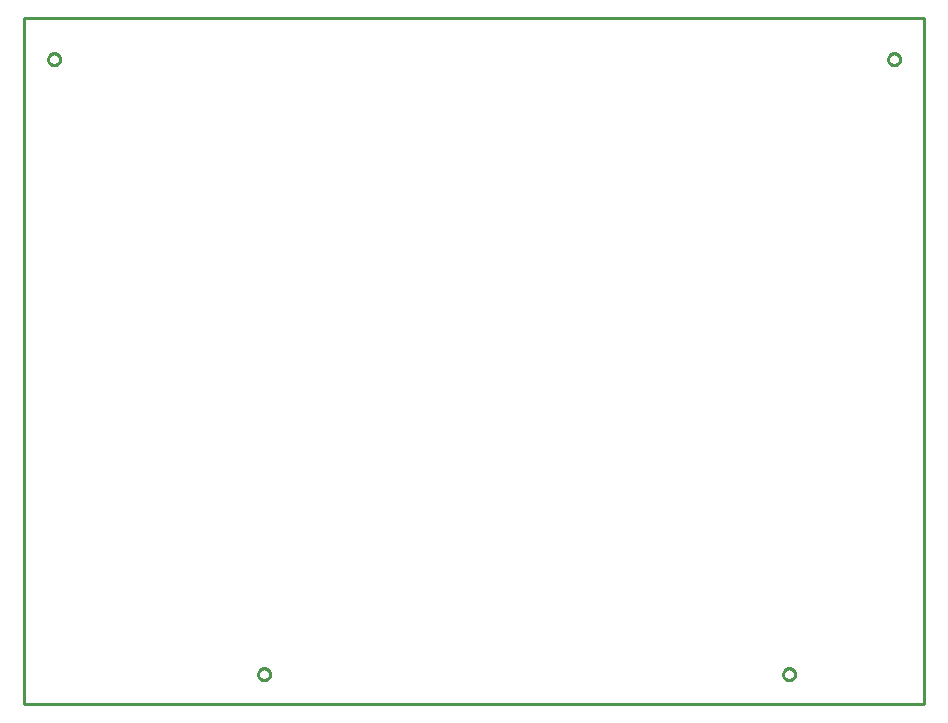
<source format=gbr>
G04 EAGLE Gerber RS-274X export*
G75*
%MOMM*%
%FSLAX34Y34*%
%LPD*%
%IN*%
%IPPOS*%
%AMOC8*
5,1,8,0,0,1.08239X$1,22.5*%
G01*
%ADD10C,0.254000*%


D10*
X-203200Y190500D02*
X558600Y190500D01*
X558600Y771400D01*
X-203200Y771400D01*
X-203200Y190500D01*
X-172800Y736319D02*
X-172863Y735761D01*
X-172988Y735214D01*
X-173173Y734684D01*
X-173417Y734178D01*
X-173716Y733702D01*
X-174066Y733263D01*
X-174463Y732866D01*
X-174902Y732516D01*
X-175378Y732217D01*
X-175884Y731973D01*
X-176414Y731788D01*
X-176961Y731663D01*
X-177519Y731600D01*
X-178081Y731600D01*
X-178639Y731663D01*
X-179186Y731788D01*
X-179716Y731973D01*
X-180222Y732217D01*
X-180698Y732516D01*
X-181137Y732866D01*
X-181534Y733263D01*
X-181884Y733702D01*
X-182183Y734178D01*
X-182427Y734684D01*
X-182612Y735214D01*
X-182737Y735761D01*
X-182800Y736319D01*
X-182800Y736881D01*
X-182737Y737439D01*
X-182612Y737986D01*
X-182427Y738516D01*
X-182183Y739022D01*
X-181884Y739498D01*
X-181534Y739937D01*
X-181137Y740334D01*
X-180698Y740684D01*
X-180222Y740983D01*
X-179716Y741227D01*
X-179186Y741412D01*
X-178639Y741537D01*
X-178081Y741600D01*
X-177519Y741600D01*
X-176961Y741537D01*
X-176414Y741412D01*
X-175884Y741227D01*
X-175378Y740983D01*
X-174902Y740684D01*
X-174463Y740334D01*
X-174066Y739937D01*
X-173716Y739498D01*
X-173417Y739022D01*
X-173173Y738516D01*
X-172988Y737986D01*
X-172863Y737439D01*
X-172800Y736881D01*
X-172800Y736319D01*
X538400Y736319D02*
X538337Y735761D01*
X538212Y735214D01*
X538027Y734684D01*
X537783Y734178D01*
X537484Y733702D01*
X537134Y733263D01*
X536737Y732866D01*
X536298Y732516D01*
X535822Y732217D01*
X535316Y731973D01*
X534786Y731788D01*
X534239Y731663D01*
X533681Y731600D01*
X533119Y731600D01*
X532561Y731663D01*
X532014Y731788D01*
X531484Y731973D01*
X530978Y732217D01*
X530502Y732516D01*
X530063Y732866D01*
X529666Y733263D01*
X529316Y733702D01*
X529017Y734178D01*
X528773Y734684D01*
X528588Y735214D01*
X528463Y735761D01*
X528400Y736319D01*
X528400Y736881D01*
X528463Y737439D01*
X528588Y737986D01*
X528773Y738516D01*
X529017Y739022D01*
X529316Y739498D01*
X529666Y739937D01*
X530063Y740334D01*
X530502Y740684D01*
X530978Y740983D01*
X531484Y741227D01*
X532014Y741412D01*
X532561Y741537D01*
X533119Y741600D01*
X533681Y741600D01*
X534239Y741537D01*
X534786Y741412D01*
X535316Y741227D01*
X535822Y740983D01*
X536298Y740684D01*
X536737Y740334D01*
X537134Y739937D01*
X537484Y739498D01*
X537783Y739022D01*
X538027Y738516D01*
X538212Y737986D01*
X538337Y737439D01*
X538400Y736881D01*
X538400Y736319D01*
X449500Y215619D02*
X449437Y215061D01*
X449312Y214514D01*
X449127Y213984D01*
X448883Y213478D01*
X448584Y213002D01*
X448234Y212563D01*
X447837Y212166D01*
X447398Y211816D01*
X446922Y211517D01*
X446416Y211273D01*
X445886Y211088D01*
X445339Y210963D01*
X444781Y210900D01*
X444219Y210900D01*
X443661Y210963D01*
X443114Y211088D01*
X442584Y211273D01*
X442078Y211517D01*
X441602Y211816D01*
X441163Y212166D01*
X440766Y212563D01*
X440416Y213002D01*
X440117Y213478D01*
X439873Y213984D01*
X439688Y214514D01*
X439563Y215061D01*
X439500Y215619D01*
X439500Y216181D01*
X439563Y216739D01*
X439688Y217286D01*
X439873Y217816D01*
X440117Y218322D01*
X440416Y218798D01*
X440766Y219237D01*
X441163Y219634D01*
X441602Y219984D01*
X442078Y220283D01*
X442584Y220527D01*
X443114Y220712D01*
X443661Y220837D01*
X444219Y220900D01*
X444781Y220900D01*
X445339Y220837D01*
X445886Y220712D01*
X446416Y220527D01*
X446922Y220283D01*
X447398Y219984D01*
X447837Y219634D01*
X448234Y219237D01*
X448584Y218798D01*
X448883Y218322D01*
X449127Y217816D01*
X449312Y217286D01*
X449437Y216739D01*
X449500Y216181D01*
X449500Y215619D01*
X5000Y215619D02*
X4937Y215061D01*
X4812Y214514D01*
X4627Y213984D01*
X4383Y213478D01*
X4084Y213002D01*
X3734Y212563D01*
X3337Y212166D01*
X2898Y211816D01*
X2422Y211517D01*
X1916Y211273D01*
X1386Y211088D01*
X839Y210963D01*
X281Y210900D01*
X-281Y210900D01*
X-839Y210963D01*
X-1386Y211088D01*
X-1916Y211273D01*
X-2422Y211517D01*
X-2898Y211816D01*
X-3337Y212166D01*
X-3734Y212563D01*
X-4084Y213002D01*
X-4383Y213478D01*
X-4627Y213984D01*
X-4812Y214514D01*
X-4937Y215061D01*
X-5000Y215619D01*
X-5000Y216181D01*
X-4937Y216739D01*
X-4812Y217286D01*
X-4627Y217816D01*
X-4383Y218322D01*
X-4084Y218798D01*
X-3734Y219237D01*
X-3337Y219634D01*
X-2898Y219984D01*
X-2422Y220283D01*
X-1916Y220527D01*
X-1386Y220712D01*
X-839Y220837D01*
X-281Y220900D01*
X281Y220900D01*
X839Y220837D01*
X1386Y220712D01*
X1916Y220527D01*
X2422Y220283D01*
X2898Y219984D01*
X3337Y219634D01*
X3734Y219237D01*
X4084Y218798D01*
X4383Y218322D01*
X4627Y217816D01*
X4812Y217286D01*
X4937Y216739D01*
X5000Y216181D01*
X5000Y215619D01*
M02*

</source>
